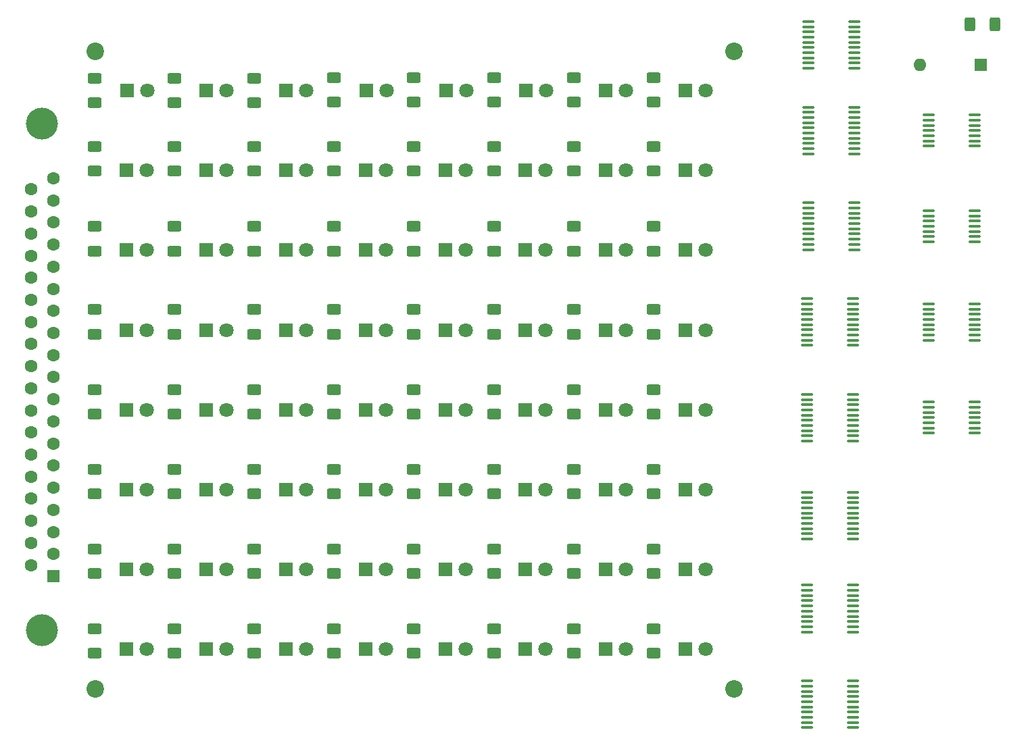
<source format=gts>
G04 #@! TF.GenerationSoftware,KiCad,Pcbnew,7.0.5*
G04 #@! TF.CreationDate,2023-09-10T10:54:51+02:00*
G04 #@! TF.ProjectId,LED-Matrix,4c45442d-4d61-4747-9269-782e6b696361,rev?*
G04 #@! TF.SameCoordinates,Original*
G04 #@! TF.FileFunction,Soldermask,Top*
G04 #@! TF.FilePolarity,Negative*
%FSLAX46Y46*%
G04 Gerber Fmt 4.6, Leading zero omitted, Abs format (unit mm)*
G04 Created by KiCad (PCBNEW 7.0.5) date 2023-09-10 10:54:51*
%MOMM*%
%LPD*%
G01*
G04 APERTURE LIST*
G04 Aperture macros list*
%AMRoundRect*
0 Rectangle with rounded corners*
0 $1 Rounding radius*
0 $2 $3 $4 $5 $6 $7 $8 $9 X,Y pos of 4 corners*
0 Add a 4 corners polygon primitive as box body*
4,1,4,$2,$3,$4,$5,$6,$7,$8,$9,$2,$3,0*
0 Add four circle primitives for the rounded corners*
1,1,$1+$1,$2,$3*
1,1,$1+$1,$4,$5*
1,1,$1+$1,$6,$7*
1,1,$1+$1,$8,$9*
0 Add four rect primitives between the rounded corners*
20,1,$1+$1,$2,$3,$4,$5,0*
20,1,$1+$1,$4,$5,$6,$7,0*
20,1,$1+$1,$6,$7,$8,$9,0*
20,1,$1+$1,$8,$9,$2,$3,0*%
G04 Aperture macros list end*
%ADD10RoundRect,0.250000X-0.625000X0.400000X-0.625000X-0.400000X0.625000X-0.400000X0.625000X0.400000X0*%
%ADD11R,1.800000X1.800000*%
%ADD12C,1.800000*%
%ADD13C,2.200000*%
%ADD14RoundRect,0.100000X-0.637500X-0.100000X0.637500X-0.100000X0.637500X0.100000X-0.637500X0.100000X0*%
%ADD15RoundRect,0.250000X-0.400000X-0.625000X0.400000X-0.625000X0.400000X0.625000X-0.400000X0.625000X0*%
%ADD16R,1.600000X1.600000*%
%ADD17O,1.600000X1.600000*%
%ADD18C,4.000000*%
%ADD19C,1.600000*%
G04 APERTURE END LIST*
D10*
X178000000Y-121450000D03*
X178000000Y-124550000D03*
D11*
X142000000Y-54000000D03*
D12*
X144540000Y-54000000D03*
D11*
X182000000Y-54000000D03*
D12*
X184540000Y-54000000D03*
D10*
X188000000Y-81450000D03*
X188000000Y-84550000D03*
D11*
X171965000Y-84000000D03*
D12*
X174505000Y-84000000D03*
D11*
X192000000Y-54000000D03*
D12*
X194540000Y-54000000D03*
D13*
X118115000Y-49035000D03*
D11*
X171965000Y-114000000D03*
D12*
X174505000Y-114000000D03*
D10*
X178000000Y-61000000D03*
X178000000Y-64100000D03*
D11*
X181965000Y-84000000D03*
D12*
X184505000Y-84000000D03*
D11*
X151965000Y-74000000D03*
D12*
X154505000Y-74000000D03*
D10*
X128000000Y-121450000D03*
X128000000Y-124550000D03*
D11*
X172000000Y-54000000D03*
D12*
X174540000Y-54000000D03*
D14*
X207275000Y-128000000D03*
X207275000Y-128650000D03*
X207275000Y-129300000D03*
X207275000Y-129950000D03*
X207275000Y-130600000D03*
X207275000Y-131250000D03*
X207275000Y-131900000D03*
X207275000Y-132550000D03*
X207275000Y-133200000D03*
X207275000Y-133850000D03*
X213000000Y-133850000D03*
X213000000Y-133200000D03*
X213000000Y-132550000D03*
X213000000Y-131900000D03*
X213000000Y-131250000D03*
X213000000Y-130600000D03*
X213000000Y-129950000D03*
X213000000Y-129300000D03*
X213000000Y-128650000D03*
X213000000Y-128000000D03*
D10*
X158000000Y-52350000D03*
X158000000Y-55450000D03*
X138000000Y-71000000D03*
X138000000Y-74100000D03*
D14*
X207275000Y-116000000D03*
X207275000Y-116650000D03*
X207275000Y-117300000D03*
X207275000Y-117950000D03*
X207275000Y-118600000D03*
X207275000Y-119250000D03*
X207275000Y-119900000D03*
X207275000Y-120550000D03*
X207275000Y-121200000D03*
X207275000Y-121850000D03*
X213000000Y-121850000D03*
X213000000Y-121200000D03*
X213000000Y-120550000D03*
X213000000Y-119900000D03*
X213000000Y-119250000D03*
X213000000Y-118600000D03*
X213000000Y-117950000D03*
X213000000Y-117300000D03*
X213000000Y-116650000D03*
X213000000Y-116000000D03*
D10*
X118000000Y-101450000D03*
X118000000Y-104550000D03*
X158000000Y-121450000D03*
X158000000Y-124550000D03*
D11*
X122000000Y-84000000D03*
D12*
X124540000Y-84000000D03*
D13*
X198115000Y-129035000D03*
D11*
X151965000Y-84000000D03*
D12*
X154505000Y-84000000D03*
D11*
X181965000Y-114000000D03*
D12*
X184505000Y-114000000D03*
D11*
X131965000Y-94000000D03*
D12*
X134505000Y-94000000D03*
D11*
X141965000Y-114000000D03*
D12*
X144505000Y-114000000D03*
D11*
X122000000Y-94000000D03*
D12*
X124540000Y-94000000D03*
D13*
X198115000Y-49035000D03*
D10*
X178000000Y-81450000D03*
X178000000Y-84550000D03*
D11*
X161965000Y-64000000D03*
D12*
X164505000Y-64000000D03*
D11*
X131965000Y-74000000D03*
D12*
X134505000Y-74000000D03*
D10*
X128000000Y-101450000D03*
X128000000Y-104550000D03*
D14*
X222475000Y-80725000D03*
X222475000Y-81375000D03*
X222475000Y-82025000D03*
X222475000Y-82675000D03*
X222475000Y-83325000D03*
X222475000Y-83975000D03*
X222475000Y-84625000D03*
X222475000Y-85275000D03*
X228200000Y-85275000D03*
X228200000Y-84625000D03*
X228200000Y-83975000D03*
X228200000Y-83325000D03*
X228200000Y-82675000D03*
X228200000Y-82025000D03*
X228200000Y-81375000D03*
X228200000Y-80725000D03*
D10*
X168000000Y-121450000D03*
X168000000Y-124550000D03*
D11*
X191965000Y-74000000D03*
D12*
X194505000Y-74000000D03*
D11*
X161965000Y-104000000D03*
D12*
X164505000Y-104000000D03*
D15*
X227650000Y-45720000D03*
X230750000Y-45720000D03*
D10*
X158000000Y-111450000D03*
X158000000Y-114550000D03*
D11*
X131965000Y-84000000D03*
D12*
X134505000Y-84000000D03*
D10*
X128000000Y-71000000D03*
X128000000Y-74100000D03*
X158000000Y-91450000D03*
X158000000Y-94550000D03*
X138000000Y-61000000D03*
X138000000Y-64100000D03*
D11*
X122000000Y-114000000D03*
D12*
X124540000Y-114000000D03*
D10*
X148000000Y-101450000D03*
X148000000Y-104550000D03*
D11*
X171965000Y-104000000D03*
D12*
X174505000Y-104000000D03*
D10*
X118000000Y-71000000D03*
X118000000Y-74100000D03*
X148000000Y-111450000D03*
X148000000Y-114550000D03*
D14*
X207412500Y-68075000D03*
X207412500Y-68725000D03*
X207412500Y-69375000D03*
X207412500Y-70025000D03*
X207412500Y-70675000D03*
X207412500Y-71325000D03*
X207412500Y-71975000D03*
X207412500Y-72625000D03*
X207412500Y-73275000D03*
X207412500Y-73925000D03*
X213137500Y-73925000D03*
X213137500Y-73275000D03*
X213137500Y-72625000D03*
X213137500Y-71975000D03*
X213137500Y-71325000D03*
X213137500Y-70675000D03*
X213137500Y-70025000D03*
X213137500Y-69375000D03*
X213137500Y-68725000D03*
X213137500Y-68075000D03*
D11*
X191965000Y-124000000D03*
D12*
X194505000Y-124000000D03*
D10*
X168000000Y-81450000D03*
X168000000Y-84550000D03*
X158000000Y-81450000D03*
X158000000Y-84550000D03*
D11*
X161965000Y-84000000D03*
D12*
X164505000Y-84000000D03*
D11*
X131965000Y-104000000D03*
D12*
X134505000Y-104000000D03*
D10*
X158000000Y-101450000D03*
X158000000Y-104550000D03*
X178000000Y-52350000D03*
X178000000Y-55450000D03*
D11*
X181965000Y-64000000D03*
D12*
X184505000Y-64000000D03*
D10*
X168000000Y-52350000D03*
X168000000Y-55450000D03*
D14*
X207275000Y-80075000D03*
X207275000Y-80725000D03*
X207275000Y-81375000D03*
X207275000Y-82025000D03*
X207275000Y-82675000D03*
X207275000Y-83325000D03*
X207275000Y-83975000D03*
X207275000Y-84625000D03*
X207275000Y-85275000D03*
X207275000Y-85925000D03*
X213000000Y-85925000D03*
X213000000Y-85275000D03*
X213000000Y-84625000D03*
X213000000Y-83975000D03*
X213000000Y-83325000D03*
X213000000Y-82675000D03*
X213000000Y-82025000D03*
X213000000Y-81375000D03*
X213000000Y-80725000D03*
X213000000Y-80075000D03*
D10*
X168000000Y-91450000D03*
X168000000Y-94550000D03*
D11*
X191965000Y-114000000D03*
D12*
X194505000Y-114000000D03*
D10*
X128000000Y-52450000D03*
X128000000Y-55550000D03*
X158000000Y-61000000D03*
X158000000Y-64100000D03*
X188000000Y-121450000D03*
X188000000Y-124550000D03*
X168000000Y-111450000D03*
X168000000Y-114550000D03*
D11*
X181965000Y-104000000D03*
D12*
X184505000Y-104000000D03*
D11*
X181965000Y-74000000D03*
D12*
X184505000Y-74000000D03*
D11*
X191965000Y-64000000D03*
D12*
X194505000Y-64000000D03*
D10*
X178000000Y-91450000D03*
X178000000Y-94550000D03*
D11*
X171965000Y-94000000D03*
D12*
X174505000Y-94000000D03*
D11*
X151965000Y-124000000D03*
D12*
X154505000Y-124000000D03*
D10*
X148000000Y-81450000D03*
X148000000Y-84550000D03*
D14*
X222475000Y-69050000D03*
X222475000Y-69700000D03*
X222475000Y-70350000D03*
X222475000Y-71000000D03*
X222475000Y-71650000D03*
X222475000Y-72300000D03*
X222475000Y-72950000D03*
X228200000Y-72950000D03*
X228200000Y-72300000D03*
X228200000Y-71650000D03*
X228200000Y-71000000D03*
X228200000Y-70350000D03*
X228200000Y-69700000D03*
X228200000Y-69050000D03*
D11*
X181965000Y-94000000D03*
D12*
X184505000Y-94000000D03*
D11*
X161965000Y-124000000D03*
D12*
X164505000Y-124000000D03*
D11*
X161965000Y-114000000D03*
D12*
X164505000Y-114000000D03*
D10*
X188000000Y-101450000D03*
X188000000Y-104550000D03*
X128000000Y-91450000D03*
X128000000Y-94550000D03*
X138000000Y-101450000D03*
X138000000Y-104550000D03*
D11*
X151965000Y-104000000D03*
D12*
X154505000Y-104000000D03*
D10*
X188000000Y-91450000D03*
X188000000Y-94550000D03*
D11*
X171965000Y-74000000D03*
D12*
X174505000Y-74000000D03*
D10*
X168000000Y-71000000D03*
X168000000Y-74100000D03*
X118000000Y-61000000D03*
X118000000Y-64100000D03*
D11*
X191965000Y-84000000D03*
D12*
X194505000Y-84000000D03*
D11*
X122000000Y-104000000D03*
D12*
X124540000Y-104000000D03*
D10*
X148000000Y-52350000D03*
X148000000Y-55450000D03*
D11*
X141965000Y-84000000D03*
D12*
X144505000Y-84000000D03*
D10*
X128000000Y-61000000D03*
X128000000Y-64100000D03*
X188000000Y-61000000D03*
X188000000Y-64100000D03*
X138000000Y-111450000D03*
X138000000Y-114550000D03*
D11*
X132000000Y-54000000D03*
D12*
X134540000Y-54000000D03*
D16*
X228967500Y-50800000D03*
D17*
X221347500Y-50800000D03*
D10*
X128000000Y-81450000D03*
X128000000Y-84550000D03*
X178000000Y-101450000D03*
X178000000Y-104550000D03*
D14*
X207412500Y-45335000D03*
X207412500Y-45985000D03*
X207412500Y-46635000D03*
X207412500Y-47285000D03*
X207412500Y-47935000D03*
X207412500Y-48585000D03*
X207412500Y-49235000D03*
X207412500Y-49885000D03*
X207412500Y-50535000D03*
X207412500Y-51185000D03*
X213137500Y-51185000D03*
X213137500Y-50535000D03*
X213137500Y-49885000D03*
X213137500Y-49235000D03*
X213137500Y-48585000D03*
X213137500Y-47935000D03*
X213137500Y-47285000D03*
X213137500Y-46635000D03*
X213137500Y-45985000D03*
X213137500Y-45335000D03*
D10*
X188000000Y-52350000D03*
X188000000Y-55450000D03*
D11*
X122060000Y-54000000D03*
D12*
X124600000Y-54000000D03*
D11*
X152000000Y-54000000D03*
D12*
X154540000Y-54000000D03*
D11*
X191965000Y-104000000D03*
D12*
X194505000Y-104000000D03*
D14*
X207412500Y-56075000D03*
X207412500Y-56725000D03*
X207412500Y-57375000D03*
X207412500Y-58025000D03*
X207412500Y-58675000D03*
X207412500Y-59325000D03*
X207412500Y-59975000D03*
X207412500Y-60625000D03*
X207412500Y-61275000D03*
X207412500Y-61925000D03*
X213137500Y-61925000D03*
X213137500Y-61275000D03*
X213137500Y-60625000D03*
X213137500Y-59975000D03*
X213137500Y-59325000D03*
X213137500Y-58675000D03*
X213137500Y-58025000D03*
X213137500Y-57375000D03*
X213137500Y-56725000D03*
X213137500Y-56075000D03*
D10*
X138000000Y-91450000D03*
X138000000Y-94550000D03*
X168000000Y-61000000D03*
X168000000Y-64100000D03*
D11*
X162000000Y-54000000D03*
D12*
X164540000Y-54000000D03*
D11*
X131965000Y-114000000D03*
D12*
X134505000Y-114000000D03*
D10*
X148000000Y-91450000D03*
X148000000Y-94550000D03*
X168000000Y-101450000D03*
X168000000Y-104550000D03*
D11*
X141965000Y-74000000D03*
D12*
X144505000Y-74000000D03*
D11*
X131965000Y-124000000D03*
D12*
X134505000Y-124000000D03*
D10*
X118000000Y-81450000D03*
X118000000Y-84550000D03*
D18*
X111420000Y-58175000D03*
X111420000Y-121675000D03*
D16*
X112840000Y-114855000D03*
D19*
X112840000Y-112085000D03*
X112840000Y-109315000D03*
X112840000Y-106545000D03*
X112840000Y-103775000D03*
X112840000Y-101005000D03*
X112840000Y-98235000D03*
X112840000Y-95465000D03*
X112840000Y-92695000D03*
X112840000Y-89925000D03*
X112840000Y-87155000D03*
X112840000Y-84385000D03*
X112840000Y-81615000D03*
X112840000Y-78845000D03*
X112840000Y-76075000D03*
X112840000Y-73305000D03*
X112840000Y-70535000D03*
X112840000Y-67765000D03*
X112840000Y-64995000D03*
X110000000Y-113470000D03*
X110000000Y-110700000D03*
X110000000Y-107930000D03*
X110000000Y-105160000D03*
X110000000Y-102390000D03*
X110000000Y-99620000D03*
X110000000Y-96850000D03*
X110000000Y-94080000D03*
X110000000Y-91310000D03*
X110000000Y-88540000D03*
X110000000Y-85770000D03*
X110000000Y-83000000D03*
X110000000Y-80230000D03*
X110000000Y-77460000D03*
X110000000Y-74690000D03*
X110000000Y-71920000D03*
X110000000Y-69150000D03*
X110000000Y-66380000D03*
D10*
X178000000Y-71000000D03*
X178000000Y-74100000D03*
X138000000Y-52450000D03*
X138000000Y-55550000D03*
D11*
X161965000Y-94000000D03*
D12*
X164505000Y-94000000D03*
D11*
X141965000Y-64000000D03*
D12*
X144505000Y-64000000D03*
D10*
X138000000Y-81450000D03*
X138000000Y-84550000D03*
X148000000Y-121450000D03*
X148000000Y-124550000D03*
D11*
X131965000Y-64000000D03*
D12*
X134505000Y-64000000D03*
D11*
X122000000Y-64000000D03*
D12*
X124540000Y-64000000D03*
D10*
X178000000Y-111450000D03*
X178000000Y-114550000D03*
D14*
X222475000Y-93050000D03*
X222475000Y-93700000D03*
X222475000Y-94350000D03*
X222475000Y-95000000D03*
X222475000Y-95650000D03*
X222475000Y-96300000D03*
X222475000Y-96950000D03*
X228200000Y-96950000D03*
X228200000Y-96300000D03*
X228200000Y-95650000D03*
X228200000Y-95000000D03*
X228200000Y-94350000D03*
X228200000Y-93700000D03*
X228200000Y-93050000D03*
X222475000Y-57050000D03*
X222475000Y-57700000D03*
X222475000Y-58350000D03*
X222475000Y-59000000D03*
X222475000Y-59650000D03*
X222475000Y-60300000D03*
X222475000Y-60950000D03*
X228200000Y-60950000D03*
X228200000Y-60300000D03*
X228200000Y-59650000D03*
X228200000Y-59000000D03*
X228200000Y-58350000D03*
X228200000Y-57700000D03*
X228200000Y-57050000D03*
D11*
X151965000Y-114000000D03*
D12*
X154505000Y-114000000D03*
D13*
X118115000Y-129035000D03*
D11*
X151965000Y-94000000D03*
D12*
X154505000Y-94000000D03*
D10*
X118000000Y-121450000D03*
X118000000Y-124550000D03*
X148000000Y-71000000D03*
X148000000Y-74100000D03*
X118000000Y-52450000D03*
X118000000Y-55550000D03*
D11*
X191965000Y-94000000D03*
D12*
X194505000Y-94000000D03*
D10*
X128000000Y-111450000D03*
X128000000Y-114550000D03*
D14*
X207275000Y-92075000D03*
X207275000Y-92725000D03*
X207275000Y-93375000D03*
X207275000Y-94025000D03*
X207275000Y-94675000D03*
X207275000Y-95325000D03*
X207275000Y-95975000D03*
X207275000Y-96625000D03*
X207275000Y-97275000D03*
X207275000Y-97925000D03*
X213000000Y-97925000D03*
X213000000Y-97275000D03*
X213000000Y-96625000D03*
X213000000Y-95975000D03*
X213000000Y-95325000D03*
X213000000Y-94675000D03*
X213000000Y-94025000D03*
X213000000Y-93375000D03*
X213000000Y-92725000D03*
X213000000Y-92075000D03*
D10*
X138000000Y-121450000D03*
X138000000Y-124550000D03*
X148000000Y-61000000D03*
X148000000Y-64100000D03*
X188000000Y-111450000D03*
X188000000Y-114550000D03*
D11*
X151965000Y-64000000D03*
D12*
X154505000Y-64000000D03*
D11*
X141965000Y-104000000D03*
D12*
X144505000Y-104000000D03*
D11*
X141965000Y-124000000D03*
D12*
X144505000Y-124000000D03*
D10*
X158000000Y-71000000D03*
X158000000Y-74100000D03*
X118000000Y-91450000D03*
X118000000Y-94550000D03*
D11*
X181965000Y-124000000D03*
D12*
X184505000Y-124000000D03*
D10*
X188000000Y-71000000D03*
X188000000Y-74100000D03*
X118000000Y-111450000D03*
X118000000Y-114550000D03*
D11*
X122000000Y-124000000D03*
D12*
X124540000Y-124000000D03*
D11*
X171965000Y-64000000D03*
D12*
X174505000Y-64000000D03*
D11*
X171965000Y-124000000D03*
D12*
X174505000Y-124000000D03*
D11*
X122000000Y-74000000D03*
D12*
X124540000Y-74000000D03*
D11*
X141965000Y-94000000D03*
D12*
X144505000Y-94000000D03*
D14*
X207275000Y-104350000D03*
X207275000Y-105000000D03*
X207275000Y-105650000D03*
X207275000Y-106300000D03*
X207275000Y-106950000D03*
X207275000Y-107600000D03*
X207275000Y-108250000D03*
X207275000Y-108900000D03*
X207275000Y-109550000D03*
X207275000Y-110200000D03*
X213000000Y-110200000D03*
X213000000Y-109550000D03*
X213000000Y-108900000D03*
X213000000Y-108250000D03*
X213000000Y-107600000D03*
X213000000Y-106950000D03*
X213000000Y-106300000D03*
X213000000Y-105650000D03*
X213000000Y-105000000D03*
X213000000Y-104350000D03*
D11*
X161965000Y-74000000D03*
D12*
X164505000Y-74000000D03*
M02*

</source>
